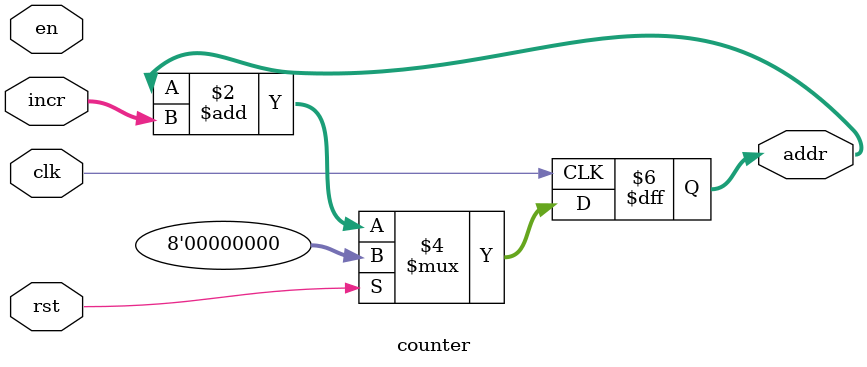
<source format=sv>
module counter #(
    parameter WIDTH = 8
)(
    input logic clk,
    input logic rst,
    input logic en,
    input logic [WIDTH-1:0] incr,
    output logic [WIDTH-1:0] addr
);

always_ff @ (posedge clk)
    if(rst) addr <= {WIDTH{1'b0}};
    else addr <= addr + incr;

endmodule

</source>
